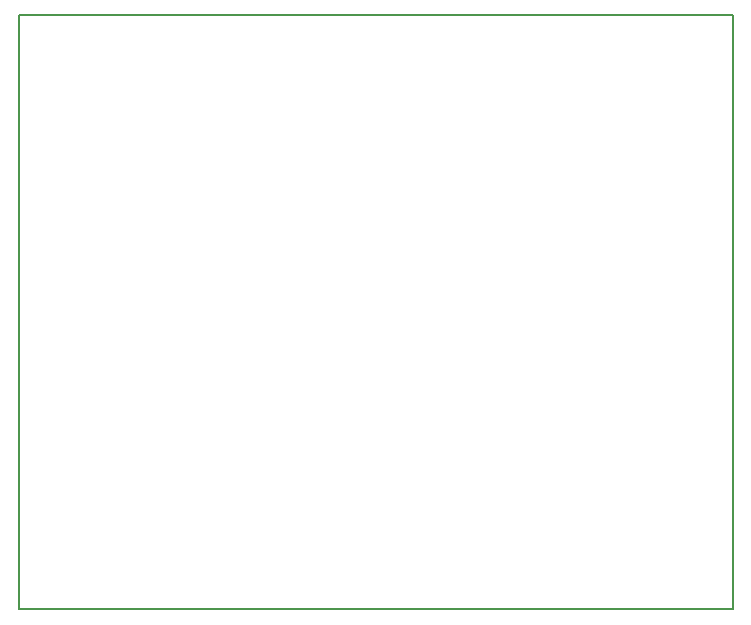
<source format=gbr>
G04 #@! TF.GenerationSoftware,KiCad,Pcbnew,(5.99.0-311-g81ce588a0)*
G04 #@! TF.CreationDate,2019-11-06T10:45:35+01:00*
G04 #@! TF.ProjectId,ISM02A,49534d30-3241-42e6-9b69-6361645f7063,REV*
G04 #@! TF.SameCoordinates,Original*
G04 #@! TF.FileFunction,Profile,NP*
%FSLAX46Y46*%
G04 Gerber Fmt 4.6, Leading zero omitted, Abs format (unit mm)*
G04 Created by KiCad (PCBNEW (5.99.0-311-g81ce588a0)) date 2019-11-06 10:45:35*
%MOMM*%
%LPD*%
G04 APERTURE LIST*
G04 #@! TA.AperFunction,Profile*
%ADD10C,0.150000*%
G04 #@! TD*
G04 APERTURE END LIST*
D10*
X134874000Y-129286000D02*
X134874000Y-78994000D01*
X195326000Y-129286000D02*
X134874000Y-129286000D01*
X195326000Y-78994000D02*
X195326000Y-129286000D01*
X134874000Y-78994000D02*
X195326000Y-78994000D01*
M02*

</source>
